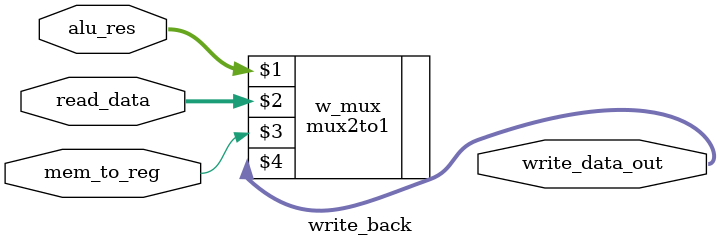
<source format=v>
`include "mux.v"

module write_back (

    input mem_to_reg,
    input [31:0] alu_res,
    input [31:0] read_data,

    output [31:0] write_data_out

);

    // Write your code below.
    mux2to1 #(32) w_mux(alu_res, read_data, mem_to_reg, write_data_out);
endmodule

</source>
